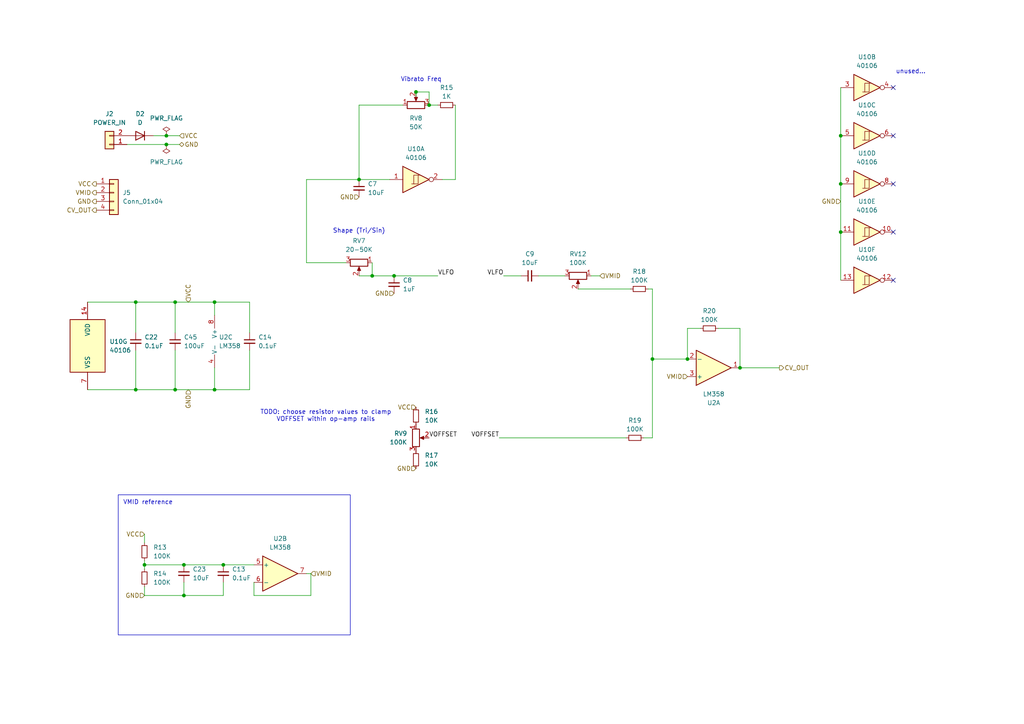
<source format=kicad_sch>
(kicad_sch (version 20231120) (generator "eeschema") (generator_version "8.0")
  (paper "A4")
  (lib_symbols
    (symbol "4xxx:40106" (pin_names (offset 1.016))
      (property "Reference" "U" (at 0 1.27 0))
      (property "Value" "40106" (at 0 -1.27 0))
      (symbol "40106_1_0"
        (polyline (pts (xy -0.635 -1.27) (xy -0.635 1.27) (xy 0.635 1.27)))
        (polyline (pts (xy -3.81 3.81) (xy -3.81 -3.81) (xy 3.81 0) (xy -3.81 3.81)) (stroke (width 0.254)) (fill (type background)))
        (polyline (pts (xy -1.27 -1.27) (xy 0.635 -1.27) (xy 0.635 1.27) (xy 1.27 1.27)))
        (pin input line (at -7.62 0 0) (length 3.81) (name "~") (number "1"))
        (pin output inverted (at 7.62 0 180) (length 3.81) (name "~") (number "2"))
      )
      (symbol "40106_2_0"
        (polyline (pts (xy -0.635 -1.27) (xy -0.635 1.27) (xy 0.635 1.27)))
        (polyline (pts (xy -3.81 3.81) (xy -3.81 -3.81) (xy 3.81 0) (xy -3.81 3.81)) (stroke (width 0.254)) (fill (type background)))
        (polyline (pts (xy -1.27 -1.27) (xy 0.635 -1.27) (xy 0.635 1.27) (xy 1.27 1.27)))
        (pin input line (at -7.62 0 0) (length 3.81) (name "~") (number "3"))
        (pin output inverted (at 7.62 0 180) (length 3.81) (name "~") (number "4"))
      )
      (symbol "40106_3_0"
        (polyline (pts (xy -0.635 -1.27) (xy -0.635 1.27) (xy 0.635 1.27)))
        (polyline (pts (xy -3.81 3.81) (xy -3.81 -3.81) (xy 3.81 0) (xy -3.81 3.81)) (stroke (width 0.254)) (fill (type background)))
        (polyline (pts (xy -1.27 -1.27) (xy 0.635 -1.27) (xy 0.635 1.27) (xy 1.27 1.27)))
        (pin input line (at -7.62 0 0) (length 3.81) (name "~") (number "5"))
        (pin output inverted (at 7.62 0 180) (length 3.81) (name "~") (number "6"))
      )
      (symbol "40106_4_0"
        (polyline (pts (xy -0.635 -1.27) (xy -0.635 1.27) (xy 0.635 1.27)))
        (polyline (pts (xy -3.81 3.81) (xy -3.81 -3.81) (xy 3.81 0) (xy -3.81 3.81)) (stroke (width 0.254)) (fill (type background)))
        (polyline (pts (xy -1.27 -1.27) (xy 0.635 -1.27) (xy 0.635 1.27) (xy 1.27 1.27)))
        (pin output inverted (at 7.62 0 180) (length 3.81) (name "~") (number "8"))
        (pin input line (at -7.62 0 0) (length 3.81) (name "~") (number "9"))
      )
      (symbol "40106_5_0"
        (polyline (pts (xy -0.635 -1.27) (xy -0.635 1.27) (xy 0.635 1.27)))
        (polyline (pts (xy -3.81 3.81) (xy -3.81 -3.81) (xy 3.81 0) (xy -3.81 3.81)) (stroke (width 0.254)) (fill (type background)))
        (polyline (pts (xy -1.27 -1.27) (xy 0.635 -1.27) (xy 0.635 1.27) (xy 1.27 1.27)))
        (pin output inverted (at 7.62 0 180) (length 3.81) (name "~") (number "10"))
        (pin input line (at -7.62 0 0) (length 3.81) (name "~") (number "11"))
      )
      (symbol "40106_6_0"
        (polyline (pts (xy -0.635 -1.27) (xy -0.635 1.27) (xy 0.635 1.27)))
        (polyline (pts (xy -3.81 3.81) (xy -3.81 -3.81) (xy 3.81 0) (xy -3.81 3.81)) (stroke (width 0.254)) (fill (type background)))
        (polyline (pts (xy -1.27 -1.27) (xy 0.635 -1.27) (xy 0.635 1.27) (xy 1.27 1.27)))
        (pin output inverted (at 7.62 0 180) (length 3.81) (name "~") (number "12"))
        (pin input line (at -7.62 0 0) (length 3.81) (name "~") (number "13"))
      )
      (symbol "40106_7_0"
        (pin power_in line (at 0 12.7 270) (length 5.08) (name "VDD") (number "14"))
        (pin power_in line (at 0 -12.7 90) (length 5.08) (name "VSS") (number "7"))
      )
      (symbol "40106_7_1"
        (rectangle (start -5.08 7.62) (end 5.08 -7.62) (stroke (width 0.254)) (fill (type background)))
      )
    )
    (symbol "Amplifier_Operational:LM358" (pin_names (offset 0.127))
      (property "Reference" "U" (at 0 5.08 0))
      (property "Value" "LM358" (at 0 -5.08 0))
      (symbol "LM358_1_1"
        (polyline (pts (xy -5.08 5.08) (xy 5.08 0) (xy -5.08 -5.08) (xy -5.08 5.08)) (stroke (width 0.254)) (fill (type background)))
        (pin output line (at 7.62 0 180) (length 2.54) (name "~") (number "1"))
        (pin input line (at -7.62 -2.54 0) (length 2.54) (name "-") (number "2"))
        (pin input line (at -7.62 2.54 0) (length 2.54) (name "+") (number "3"))
      )
      (symbol "LM358_2_1"
        (polyline (pts (xy -5.08 5.08) (xy 5.08 0) (xy -5.08 -5.08) (xy -5.08 5.08)) (stroke (width 0.254)) (fill (type background)))
        (pin input line (at -7.62 2.54 0) (length 2.54) (name "+") (number "5"))
        (pin input line (at -7.62 -2.54 0) (length 2.54) (name "-") (number "6"))
        (pin output line (at 7.62 0 180) (length 2.54) (name "~") (number "7"))
      )
      (symbol "LM358_3_1"
        (pin power_in line (at -2.54 -7.62 90) (length 3.81) (name "V-") (number "4"))
        (pin power_in line (at -2.54 7.62 270) (length 3.81) (name "V+") (number "8"))
      )
    )
    (symbol "Connector_Generic:Conn_01x02" (pin_names (offset 1.016) hide)
      (property "Reference" "J" (at 0 2.54 0))
      (property "Value" "Conn_01x02" (at 0 -5.08 0))
      (symbol "Conn_01x02_1_1"
        (rectangle (start -1.27 -2.413) (end 0 -2.667) (stroke (width 0.1524)))
        (rectangle (start -1.27 0.127) (end 0 -0.127) (stroke (width 0.1524)))
        (rectangle (start -1.27 1.27) (end 1.27 -3.81) (stroke (width 0.254)) (fill (type background)))
        (pin passive line (at -5.08 0 0) (length 3.81) (name "Pin_1") (number "1"))
        (pin passive line (at -5.08 -2.54 0) (length 3.81) (name "Pin_2") (number "2"))
      )
    )
    (symbol "Connector_Generic:Conn_01x04" (pin_names (offset 1.016) hide)
      (property "Reference" "J" (at 0 5.08 0))
      (property "Value" "Conn_01x04" (at 0 -7.62 0))
      (symbol "Conn_01x04_1_1"
        (rectangle (start -1.27 -4.953) (end 0 -5.207) (stroke (width 0.1524)))
        (rectangle (start -1.27 -2.413) (end 0 -2.667) (stroke (width 0.1524)))
        (rectangle (start -1.27 0.127) (end 0 -0.127) (stroke (width 0.1524)))
        (rectangle (start -1.27 2.667) (end 0 2.413) (stroke (width 0.1524)))
        (rectangle (start -1.27 3.81) (end 1.27 -6.35) (stroke (width 0.254)) (fill (type background)))
        (pin passive line (at -5.08 2.54 0) (length 3.81) (name "Pin_1") (number "1"))
        (pin passive line (at -5.08 0 0) (length 3.81) (name "Pin_2") (number "2"))
        (pin passive line (at -5.08 -2.54 0) (length 3.81) (name "Pin_3") (number "3"))
        (pin passive line (at -5.08 -5.08 0) (length 3.81) (name "Pin_4") (number "4"))
      )
    )
    (symbol "Device:C_Small" (pin_numbers hide) (pin_names (offset 0.254) hide)
      (property "Reference" "C" (at 0.254 1.778 0))
      (property "Value" "C_Small" (at 0.254 -2.032 0))
      (symbol "C_Small_0_1"
        (polyline (pts (xy -1.524 -0.508) (xy 1.524 -0.508)) (stroke (width 0.3302)))
        (polyline (pts (xy -1.524 0.508) (xy 1.524 0.508)) (stroke (width 0.3048)))
      )
      (symbol "C_Small_1_1"
        (pin passive line (at 0 2.54 270) (length 2.032) (name "~") (number "1"))
        (pin passive line (at 0 -2.54 90) (length 2.032) (name "~") (number "2"))
      )
    )
    (symbol "Device:D" (pin_numbers hide) (pin_names (offset 1.016) hide)
      (property "Reference" "D" (at 0 2.54 0))
      (property "Value" "D" (at 0 -2.54 0))
      (symbol "D_0_1"
        (polyline (pts (xy -1.27 1.27) (xy -1.27 -1.27)) (stroke (width 0.254)))
        (polyline (pts (xy 1.27 0) (xy -1.27 0)))
        (polyline (pts (xy 1.27 1.27) (xy 1.27 -1.27) (xy -1.27 0) (xy 1.27 1.27)) (stroke (width 0.254)))
      )
      (symbol "D_1_1"
        (pin passive line (at -3.81 0 0) (length 2.54) (name "K") (number "1"))
        (pin passive line (at 3.81 0 180) (length 2.54) (name "A") (number "2"))
      )
    )
    (symbol "Device:R_Potentiometer" (pin_names (offset 1.016) hide)
      (property "Reference" "RV" (at -4.445 0 90))
      (property "Value" "R_Potentiometer" (at -2.54 0 90))
      (symbol "R_Potentiometer_0_1"
        (polyline (pts (xy 2.54 0) (xy 1.524 0)))
        (polyline (pts (xy 1.143 0) (xy 2.286 0.508) (xy 2.286 -0.508) (xy 1.143 0)) (fill (type outline)))
        (rectangle (start 1.016 2.54) (end -1.016 -2.54) (stroke (width 0.254)))
      )
      (symbol "R_Potentiometer_1_1"
        (pin passive line (at 0 3.81 270) (length 1.27) (name "1") (number "1"))
        (pin passive line (at 3.81 0 180) (length 1.27) (name "2") (number "2"))
        (pin passive line (at 0 -3.81 90) (length 1.27) (name "3") (number "3"))
      )
    )
    (symbol "Device:R_Small" (pin_numbers hide) (pin_names (offset 0.254) hide)
      (property "Reference" "R" (at 0.762 0.508 0))
      (property "Value" "R_Small" (at 0.762 -1.016 0))
      (symbol "R_Small_0_1"
        (rectangle (start -0.762 1.778) (end 0.762 -1.778) (stroke (width 0.2032)))
      )
      (symbol "R_Small_1_1"
        (pin passive line (at 0 2.54 270) (length 0.762) (name "~") (number "1"))
        (pin passive line (at 0 -2.54 90) (length 0.762) (name "~") (number "2"))
      )
    )
    (symbol "power:PWR_FLAG" (power) (pin_numbers hide) (pin_names (offset 0) hide)
      (property "Value" "PWR_FLAG" (at 0 3.81 0))
      (symbol "PWR_FLAG_0_0"
        (pin power_out line (at 0 0 90) (length 0) (name "~") (number "1"))
      )
      (symbol "PWR_FLAG_0_1"
        (polyline (pts (xy 0 0) (xy 0 1.27) (xy -1.016 1.905) (xy 0 2.54) (xy 1.016 1.905) (xy 0 1.27)))
      )
    )
  )
  (junction (at 243.84 67.31))
  (junction (at 48.26 39.37))
  (junction (at 120.65 26.67))
  (junction (at 64.77 163.83))
  (junction (at 53.34 163.83))
  (junction (at 243.84 53.34))
  (junction (at 53.34 172.72))
  (junction (at 39.37 113.03))
  (junction (at 214.63 106.68))
  (junction (at 50.8 113.03))
  (junction (at 243.84 39.37))
  (junction (at 39.37 87.63))
  (junction (at 41.91 163.83))
  (junction (at 62.23 87.63))
  (junction (at 104.14 52.07))
  (junction (at 107.95 80.01))
  (junction (at 50.8 87.63))
  (junction (at 48.26 41.91))
  (junction (at 62.23 113.03))
  (junction (at 124.46 30.48))
  (junction (at 189.23 104.14))
  (junction (at 199.39 104.14))
  (junction (at 114.3 80.01))
  (no_connect (at 259.08 39.37))
  (no_connect (at 259.08 53.34))
  (no_connect (at 259.08 25.4))
  (no_connect (at 259.08 67.31))
  (no_connect (at 259.08 81.28))
  (wire (pts (xy 62.23 113.03) (xy 62.23 106.68)))
  (wire (pts (xy 214.63 106.68) (xy 226.06 106.68)))
  (wire (pts (xy 167.64 83.82) (xy 182.88 83.82)))
  (wire (pts (xy 90.17 166.37) (xy 88.9 166.37)))
  (wire (pts (xy 120.65 26.67) (xy 120.65 27.94)))
  (wire (pts (xy 189.23 104.14) (xy 189.23 127)))
  (wire (pts (xy 41.91 172.72) (xy 53.34 172.72)))
  (wire (pts (xy 39.37 87.63) (xy 39.37 96.52)))
  (wire (pts (xy 48.26 39.37) (xy 44.45 39.37)))
  (wire (pts (xy 64.77 163.83) (xy 73.66 163.83)))
  (wire (pts (xy 53.34 172.72) (xy 64.77 172.72)))
  (wire (pts (xy 199.39 95.25) (xy 199.39 104.14)))
  (wire (pts (xy 53.34 163.83) (xy 64.77 163.83)))
  (wire (pts (xy 88.9 52.07) (xy 88.9 76.2)))
  (wire (pts (xy 73.66 168.91) (xy 73.66 172.72)))
  (wire (pts (xy 116.84 30.48) (xy 104.14 30.48)))
  (wire (pts (xy 156.21 80.01) (xy 163.83 80.01)))
  (wire (pts (xy 189.23 127) (xy 186.69 127)))
  (wire (pts (xy 62.23 113.03) (xy 72.39 113.03)))
  (wire (pts (xy 50.8 87.63) (xy 62.23 87.63)))
  (wire (pts (xy 53.34 168.91) (xy 53.34 172.72)))
  (wire (pts (xy 72.39 87.63) (xy 72.39 96.52)))
  (wire (pts (xy 173.99 80.01) (xy 171.45 80.01)))
  (wire (pts (xy 104.14 80.01) (xy 107.95 80.01)))
  (wire (pts (xy 41.91 172.72) (xy 41.91 170.18)))
  (wire (pts (xy 243.84 53.34) (xy 243.84 67.31)))
  (wire (pts (xy 189.23 83.82) (xy 187.96 83.82)))
  (wire (pts (xy 41.91 165.1) (xy 41.91 163.83)))
  (wire (pts (xy 124.46 26.67) (xy 124.46 30.48)))
  (wire (pts (xy 214.63 95.25) (xy 214.63 106.68)))
  (wire (pts (xy 72.39 113.03) (xy 72.39 101.6)))
  (wire (pts (xy 114.3 80.01) (xy 127 80.01)))
  (wire (pts (xy 41.91 163.83) (xy 53.34 163.83)))
  (wire (pts (xy 41.91 154.94) (xy 41.91 157.48)))
  (wire (pts (xy 208.28 95.25) (xy 214.63 95.25)))
  (wire (pts (xy 73.66 172.72) (xy 90.17 172.72)))
  (wire (pts (xy 120.65 26.67) (xy 124.46 26.67)))
  (wire (pts (xy 127 30.48) (xy 124.46 30.48)))
  (wire (pts (xy 199.39 104.14) (xy 189.23 104.14)))
  (wire (pts (xy 64.77 168.91) (xy 64.77 172.72)))
  (wire (pts (xy 36.83 41.91) (xy 48.26 41.91)))
  (wire (pts (xy 144.78 127) (xy 181.61 127)))
  (wire (pts (xy 189.23 83.82) (xy 189.23 104.14)))
  (wire (pts (xy 104.14 30.48) (xy 104.14 52.07)))
  (wire (pts (xy 88.9 76.2) (xy 100.33 76.2)))
  (wire (pts (xy 243.84 25.4) (xy 243.84 39.37)))
  (wire (pts (xy 146.05 80.01) (xy 151.13 80.01)))
  (wire (pts (xy 88.9 52.07) (xy 104.14 52.07)))
  (wire (pts (xy 39.37 87.63) (xy 50.8 87.63)))
  (wire (pts (xy 132.08 30.48) (xy 132.08 52.07)))
  (wire (pts (xy 107.95 76.2) (xy 107.95 80.01)))
  (wire (pts (xy 50.8 101.6) (xy 50.8 113.03)))
  (wire (pts (xy 41.91 163.83) (xy 41.91 162.56)))
  (wire (pts (xy 62.23 87.63) (xy 62.23 91.44)))
  (wire (pts (xy 25.4 87.63) (xy 39.37 87.63)))
  (wire (pts (xy 203.2 95.25) (xy 199.39 95.25)))
  (wire (pts (xy 243.84 39.37) (xy 243.84 53.34)))
  (wire (pts (xy 113.03 52.07) (xy 104.14 52.07)))
  (wire (pts (xy 50.8 87.63) (xy 50.8 96.52)))
  (wire (pts (xy 50.8 113.03) (xy 62.23 113.03)))
  (wire (pts (xy 243.84 67.31) (xy 243.84 81.28)))
  (wire (pts (xy 48.26 41.91) (xy 52.07 41.91)))
  (wire (pts (xy 39.37 113.03) (xy 39.37 101.6)))
  (wire (pts (xy 52.07 39.37) (xy 48.26 39.37)))
  (wire (pts (xy 39.37 113.03) (xy 50.8 113.03)))
  (wire (pts (xy 90.17 166.37) (xy 90.17 172.72)))
  (wire (pts (xy 62.23 87.63) (xy 72.39 87.63)))
  (wire (pts (xy 25.4 113.03) (xy 39.37 113.03)))
  (wire (pts (xy 132.08 52.07) (xy 128.27 52.07)))
  (wire (pts (xy 107.95 80.01) (xy 114.3 80.01)))
  (rectangle (start 34.29 143.51) (end 101.6 184.15))
  (text "TODO: choose resistor values to clamp\nVOFFSET within op-amp rails\n" (at 94.488 120.65 0) (effects (font (size 1.27 1.27))))
  (text "Vibrato Freq" (at 122.174 23.114 0) (effects (font (size 1.27 1.27))))
  (text "Shape (Tri/Sin)\n" (at 104.14 67.056 0) (effects (font (size 1.27 1.27))))
  (text "VMID reference\n" (at 42.926 145.796 0) (effects (font (size 1.27 1.27))))
  (text "unused...\n" (at 264.16 20.828 0) (effects (font (size 1.27 1.27))))
  (label "VOFFSET" (at 124.46 127 0))
  (label "VLFO" (at 146.05 80.01 180))
  (label "VOFFSET" (at 144.78 127 180))
  (label "VLFO" (at 127 80.01 0))
  (hierarchical_label "CV_OUT" (shape output) (at 27.94 60.96 180))
  (hierarchical_label "VMID" (shape output) (at 27.94 55.88 180))
  (hierarchical_label "VCC" (shape output) (at 27.94 53.34 180))
  (hierarchical_label "GND" (shape input) (at 41.91 172.72 180))
  (hierarchical_label "VCC" (shape input) (at 41.91 154.94 180))
  (hierarchical_label "VCC" (shape input) (at 120.65 118.11 180))
  (hierarchical_label "VCC" (shape input) (at 54.61 87.63 90))
  (hierarchical_label "GND" (shape output) (at 27.94 58.42 180))
  (hierarchical_label "GND" (shape input) (at 54.61 113.03 270))
  (hierarchical_label "VMID" (shape input) (at 173.99 80.01 0))
  (hierarchical_label "GND" (shape bidirectional) (at 52.07 41.91 0))
  (hierarchical_label "CV_OUT" (shape output) (at 226.06 106.68 0))
  (hierarchical_label "GND" (shape input) (at 120.65 135.89 180))
  (hierarchical_label "VCC" (shape input) (at 52.07 39.37 0))
  (hierarchical_label "VMID" (shape input) (at 199.39 109.22 180))
  (hierarchical_label "GND" (shape input) (at 104.14 57.15 180))
  (hierarchical_label "GND" (shape input) (at 114.3 85.09 180))
  (hierarchical_label "VMID" (shape input) (at 90.17 166.37 0))
  (hierarchical_label "GND" (shape input) (at 243.84 58.42 180))
  (symbol (lib_id "Device:R_Small") (at 41.91 167.64 0) (unit 1)
    (property "Reference" "R14" (at 44.45 166.3699 0) (effects (justify left)))
    (property "Value" "100K" (at 44.45 168.9099 0) (effects (justify left)))
    (property "Footprint" "Resistor_SMD:R_0603_1608Metric" (effects (hide yes)))
    (property "Description" "Resistor, small symbol" (effects (hide yes)))
  )
  (symbol (lib_id "Device:C_Small") (at 39.37 99.06 0) (unit 1)
    (property "Reference" "C22" (at 41.91 97.7962 0) (effects (justify left)))
    (property "Value" "0.1uF" (at 41.91 100.3362 0) (effects (justify left)))
    (property "Footprint" "Capacitor_SMD:C_0805_2012Metric" (effects (hide yes)))
    (property "Description" "Unpolarized capacitor, small symbol" (effects (hide yes)))
  )
  (symbol (lib_id "Device:R_Potentiometer") (at 120.65 127 0) (unit 1)
    (property "Reference" "RV9" (at 118.11 125.7299 0) (effects (justify right)))
    (property "Value" "100K" (at 118.11 128.2699 0) (effects (justify right)))
    (property "Footprint" "Potentiometer_THT:RV09AF-40-ALPHA-POT" (effects (hide yes)))
    (property "Description" "Potentiometer" (effects (hide yes)))
  )
  (symbol (lib_id "power:PWR_FLAG") (at 48.26 39.37 0) (unit 1)
    (property "Reference" "#FLG02" (effects (hide yes)))
    (property "Value" "PWR_FLAG" (at 48.26 34.29 0))
    (property "Description" "Special symbol for telling ERC where power comes from" (effects (hide yes)))
  )
  (symbol (lib_id "Amplifier_Operational:LM358") (at 64.77 99.06 0) (unit 3)
    (property "Reference" "U2" (at 63.5 97.7899 0) (effects (justify left)))
    (property "Value" "LM358" (at 63.5 100.3299 0) (effects (justify left)))
    (property "Footprint" "easyeda2kicad:SOIC-8_L5.0-W4.0-P1.27-LS6.0-BL" (effects (hide yes)))
    (property "Datasheet" "http://www.ti.com/lit/ds/symlink/lm2904-n.pdf" (effects (hide yes)))
    (property "Description" "Low-Power, Dual Operational Amplifiers, DIP-8/SOIC-8/TO-99-8" (effects (hide yes)))
    (property "JLC" "C7950" (effects (hide yes)))
  )
  (symbol (lib_id "Device:R_Small") (at 129.54 30.48 90) (unit 1)
    (property "Reference" "R15" (at 129.54 25.4 90))
    (property "Value" "1K" (at 129.54 27.94 90))
    (property "Footprint" "Resistor_SMD:R_0603_1608Metric" (effects (hide yes)))
    (property "Description" "Resistor, small symbol" (effects (hide yes)))
  )
  (symbol (lib_id "4xxx:40106") (at 251.46 39.37 0) (unit 3)
    (property "Reference" "U10" (at 251.46 30.48 0))
    (property "Value" "40106" (at 251.46 33.02 0))
    (property "Footprint" "easyeda2kicad:SOIC-14_L8.7-W3.9-P1.27-LS6.0-BL" (effects (hide yes)))
    (property "Datasheet" "https://assets.nexperia.com/documents/data-sheet/HEF40106B.pdf" (effects (hide yes)))
    (property "Description" "Hex Schmitt trigger inverter" (effects (hide yes)))
  )
  (symbol (lib_id "4xxx:40106") (at 120.65 52.07 0) (unit 1)
    (property "Reference" "U10" (at 120.65 43.18 0))
    (property "Value" "40106" (at 120.65 45.72 0))
    (property "Footprint" "easyeda2kicad:SOIC-14_L8.7-W3.9-P1.27-LS6.0-BL" (effects (hide yes)))
    (property "Datasheet" "https://assets.nexperia.com/documents/data-sheet/HEF40106B.pdf" (effects (hide yes)))
    (property "Description" "Hex Schmitt trigger inverter" (effects (hide yes)))
  )
  (symbol (lib_id "power:PWR_FLAG") (at 48.26 41.91 180) (unit 1)
    (property "Reference" "#FLG04" (effects (hide yes)))
    (property "Value" "PWR_FLAG" (at 48.26 46.99 0))
    (property "Description" "Special symbol for telling ERC where power comes from" (effects (hide yes)))
  )
  (symbol (lib_id "Device:C_Small") (at 114.3 82.55 0) (unit 1)
    (property "Reference" "C8" (at 116.84 81.2862 0) (effects (justify left)))
    (property "Value" "1uF" (at 116.84 83.8262 0) (effects (justify left)))
    (property "Footprint" "Capacitor_SMD:C_0805_2012Metric" (effects (hide yes)))
    (property "Description" "Unpolarized capacitor, small symbol" (effects (hide yes)))
  )
  (symbol (lib_id "Device:R_Small") (at 184.15 127 90) (unit 1)
    (property "Reference" "R19" (at 184.15 121.92 90))
    (property "Value" "100K" (at 184.15 124.46 90))
    (property "Footprint" "Resistor_SMD:R_0603_1608Metric" (effects (hide yes)))
    (property "Description" "Resistor, small symbol" (effects (hide yes)))
  )
  (symbol (lib_id "Device:R_Small") (at 205.74 95.25 90) (unit 1)
    (property "Reference" "R20" (at 205.74 90.17 90))
    (property "Value" "100K" (at 205.74 92.71 90))
    (property "Footprint" "Resistor_SMD:R_0603_1608Metric" (effects (hide yes)))
    (property "Description" "Resistor, small symbol" (effects (hide yes)))
  )
  (symbol (lib_id "Device:R_Small") (at 120.65 133.35 0) (unit 1)
    (property "Reference" "R17" (at 123.19 132.0799 0) (effects (justify left)))
    (property "Value" "10K" (at 123.19 134.6199 0) (effects (justify left)))
    (property "Footprint" "Resistor_SMD:R_0603_1608Metric" (effects (hide yes)))
    (property "Description" "Resistor, small symbol" (effects (hide yes)))
  )
  (symbol (lib_id "Device:R_Potentiometer") (at 104.14 76.2 270) (unit 1)
    (property "Reference" "RV7" (at 104.14 69.85 90))
    (property "Value" "20-50K" (at 104.14 72.39 90))
    (property "Footprint" "Potentiometer_THT:RV09AF-40-ALPHA-POT" (effects (hide yes)))
    (property "Description" "Potentiometer" (effects (hide yes)))
  )
  (symbol (lib_id "Device:R_Potentiometer") (at 120.65 30.48 90) (unit 1)
    (property "Reference" "RV8" (at 120.65 34.29 90))
    (property "Value" "50K" (at 120.65 36.83 90))
    (property "Footprint" "Potentiometer_THT:RV09AF-40-ALPHA-POT" (effects (hide yes)))
    (property "Description" "Potentiometer" (effects (hide yes)))
  )
  (symbol (lib_id "4xxx:40106") (at 25.4 100.33 0) (unit 7)
    (property "Reference" "U10" (at 31.75 99.0599 0) (effects (justify left)))
    (property "Value" "40106" (at 31.75 101.5999 0) (effects (justify left)))
    (property "Footprint" "easyeda2kicad:SOIC-14_L8.7-W3.9-P1.27-LS6.0-BL" (effects (hide yes)))
    (property "Datasheet" "https://assets.nexperia.com/documents/data-sheet/HEF40106B.pdf" (effects (hide yes)))
    (property "Description" "Hex Schmitt trigger inverter" (effects (hide yes)))
  )
  (symbol (lib_id "Device:R_Potentiometer") (at 167.64 80.01 270) (unit 1)
    (property "Reference" "RV12" (at 167.64 73.66 90))
    (property "Value" "100K" (at 167.64 76.2 90))
    (property "Footprint" "Potentiometer_THT:RV09AF-40-ALPHA-POT" (effects (hide yes)))
    (property "Description" "Potentiometer" (effects (hide yes)))
  )
  (symbol (lib_id "4xxx:40106") (at 251.46 67.31 0) (unit 5)
    (property "Reference" "U10" (at 251.46 58.42 0))
    (property "Value" "40106" (at 251.46 60.96 0))
    (property "Footprint" "easyeda2kicad:SOIC-14_L8.7-W3.9-P1.27-LS6.0-BL" (effects (hide yes)))
    (property "Datasheet" "https://assets.nexperia.com/documents/data-sheet/HEF40106B.pdf" (effects (hide yes)))
    (property "Description" "Hex Schmitt trigger inverter" (effects (hide yes)))
  )
  (symbol (lib_id "4xxx:40106") (at 251.46 25.4 0) (unit 2)
    (property "Reference" "U10" (at 251.46 16.51 0))
    (property "Value" "40106" (at 251.46 19.05 0))
    (property "Footprint" "easyeda2kicad:SOIC-14_L8.7-W3.9-P1.27-LS6.0-BL" (effects (hide yes)))
    (property "Datasheet" "https://assets.nexperia.com/documents/data-sheet/HEF40106B.pdf" (effects (hide yes)))
    (property "Description" "Hex Schmitt trigger inverter" (effects (hide yes)))
  )
  (symbol (lib_id "Device:R_Small") (at 185.42 83.82 90) (unit 1)
    (property "Reference" "R18" (at 185.42 78.74 90))
    (property "Value" "100K" (at 185.42 81.28 90))
    (property "Footprint" "Resistor_SMD:R_0603_1608Metric" (effects (hide yes)))
    (property "Description" "Resistor, small symbol" (effects (hide yes)))
  )
  (symbol (lib_id "Device:C_Small") (at 153.67 80.01 90) (unit 1)
    (property "Reference" "C9" (at 153.6763 73.66 90))
    (property "Value" "10uF" (at 153.6763 76.2 90))
    (property "Footprint" "Capacitor_SMD:C_0805_2012Metric" (effects (hide yes)))
    (property "Description" "Unpolarized capacitor, small symbol" (effects (hide yes)))
  )
  (symbol (lib_id "Device:C_Small") (at 64.77 166.37 0) (unit 1)
    (property "Reference" "C13" (at 67.31 165.1062 0) (effects (justify left)))
    (property "Value" "0.1uF" (at 67.31 167.6462 0) (effects (justify left)))
    (property "Footprint" "Capacitor_SMD:C_0805_2012Metric" (effects (hide yes)))
    (property "Description" "Unpolarized capacitor, small symbol" (effects (hide yes)))
  )
  (symbol (lib_id "4xxx:40106") (at 251.46 81.28 0) (unit 6)
    (property "Reference" "U10" (at 251.46 72.39 0))
    (property "Value" "40106" (at 251.46 74.93 0))
    (property "Footprint" "easyeda2kicad:SOIC-14_L8.7-W3.9-P1.27-LS6.0-BL" (effects (hide yes)))
    (property "Datasheet" "https://assets.nexperia.com/documents/data-sheet/HEF40106B.pdf" (effects (hide yes)))
    (property "Description" "Hex Schmitt trigger inverter" (effects (hide yes)))
  )
  (symbol (lib_id "Device:C_Small") (at 72.39 99.06 0) (unit 1)
    (property "Reference" "C14" (at 74.93 97.7962 0) (effects (justify left)))
    (property "Value" "0.1uF" (at 74.93 100.3362 0) (effects (justify left)))
    (property "Footprint" "Capacitor_SMD:C_0805_2012Metric" (effects (hide yes)))
    (property "Description" "Unpolarized capacitor, small symbol" (effects (hide yes)))
  )
  (symbol (lib_id "Device:R_Small") (at 120.65 120.65 0) (unit 1)
    (property "Reference" "R16" (at 123.19 119.3799 0) (effects (justify left)))
    (property "Value" "10K" (at 123.19 121.9199 0) (effects (justify left)))
    (property "Footprint" "Resistor_SMD:R_0603_1608Metric" (effects (hide yes)))
    (property "Description" "Resistor, small symbol" (effects (hide yes)))
  )
  (symbol (lib_id "Device:C_Small") (at 53.34 166.37 0) (unit 1)
    (property "Reference" "C23" (at 55.88 165.1062 0) (effects (justify left)))
    (property "Value" "10uF" (at 55.88 167.6462 0) (effects (justify left)))
    (property "Footprint" "Capacitor_SMD:C_0805_2012Metric" (effects (hide yes)))
    (property "Description" "Unpolarized capacitor, small symbol" (effects (hide yes)))
  )
  (symbol (lib_id "Amplifier_Operational:LM358") (at 81.28 166.37 0) (unit 2)
    (property "Reference" "U2" (at 81.28 156.21 0))
    (property "Value" "LM358" (at 81.28 158.75 0))
    (property "Footprint" "easyeda2kicad:SOIC-8_L5.0-W4.0-P1.27-LS6.0-BL" (effects (hide yes)))
    (property "Datasheet" "http://www.ti.com/lit/ds/symlink/lm2904-n.pdf" (effects (hide yes)))
    (property "Description" "Low-Power, Dual Operational Amplifiers, DIP-8/SOIC-8/TO-99-8" (effects (hide yes)))
    (property "JLC" "C7950" (effects (hide yes)))
  )
  (symbol (lib_id "Device:R_Small") (at 41.91 160.02 0) (unit 1)
    (property "Reference" "R13" (at 44.45 158.7499 0) (effects (justify left)))
    (property "Value" "100K" (at 44.45 161.2899 0) (effects (justify left)))
    (property "Footprint" "Resistor_SMD:R_0603_1608Metric" (effects (hide yes)))
    (property "Description" "Resistor, small symbol" (effects (hide yes)))
  )
  (symbol (lib_id "Device:C_Small") (at 104.14 54.61 0) (unit 1)
    (property "Reference" "C7" (at 106.68 53.3462 0) (effects (justify left)))
    (property "Value" "10uF" (at 106.68 55.8862 0) (effects (justify left)))
    (property "Footprint" "Capacitor_SMD:C_0805_2012Metric" (effects (hide yes)))
    (property "Description" "Unpolarized capacitor, small symbol" (effects (hide yes)))
  )
  (symbol (lib_id "Connector_Generic:Conn_01x02") (at 31.75 41.91 180) (unit 1)
    (property "Reference" "J2" (at 31.75 33.02 0))
    (property "Value" "POWER_IN" (at 31.75 35.56 0))
    (property "Footprint" "Connector_PinSocket_2.54mm:PinSocket_1x02_P2.54mm_Vertical" (effects (hide yes)))
    (property "Description" "Generic connector, single row, 01x02, script generated (kicad-library-utils/schlib/autogen/connector/)" (effects (hide yes)))
  )
  (symbol (lib_id "Device:D") (at 40.64 39.37 180) (unit 1)
    (property "Reference" "D2" (at 40.64 33.02 0))
    (property "Value" "D" (at 40.64 35.56 0))
    (property "Footprint" "Diode_THT:D_T-1_P2.54mm_Vertical_AnodeUp" (effects (hide yes)))
    (property "Description" "Diode" (effects (hide yes)))
    (property "Sim.Device" "D" (effects (hide yes)))
    (property "Sim.Pins" "1=K 2=A" (effects (hide yes)))
  )
  (symbol (lib_id "Amplifier_Operational:LM358") (at 207.01 106.68 0) (mirror x) (unit 1)
    (property "Reference" "U2" (at 207.01 116.84 0))
    (property "Value" "LM358" (at 207.01 114.3 0))
    (property "Footprint" "easyeda2kicad:SOIC-8_L5.0-W4.0-P1.27-LS6.0-BL" (effects (hide yes)))
    (property "Datasheet" "http://www.ti.com/lit/ds/symlink/lm2904-n.pdf" (effects (hide yes)))
    (property "Description" "Low-Power, Dual Operational Amplifiers, DIP-8/SOIC-8/TO-99-8" (effects (hide yes)))
    (property "JLC" "C7950" (effects (hide yes)))
  )
  (symbol (lib_id "Connector_Generic:Conn_01x04") (at 33.02 55.88 0) (unit 1)
    (property "Reference" "J5" (at 35.56 55.8799 0) (effects (justify left)))
    (property "Value" "Conn_01x04" (at 35.56 58.4199 0) (effects (justify left)))
    (property "Footprint" "Connector_PinSocket_2.54mm:PinSocket_1x04_P2.54mm_Vertical" (effects (hide yes)))
    (property "Description" "Generic connector, single row, 01x04, script generated (kicad-library-utils/schlib/autogen/connector/)" (effects (hide yes)))
  )
  (symbol (lib_id "Device:C_Small") (at 50.8 99.06 0) (unit 1)
    (property "Reference" "C45" (at 53.34 97.7962 0) (effects (justify left)))
    (property "Value" "100uF" (at 53.34 100.3362 0) (effects (justify left)))
    (property "Footprint" "Capacitor_THT:CP_Radial_D7.5mm_P2.50mm" (effects (hide yes)))
    (property "Description" "Unpolarized capacitor, small symbol" (effects (hide yes)))
  )
  (symbol (lib_id "4xxx:40106") (at 251.46 53.34 0) (unit 4)
    (property "Reference" "U10" (at 251.46 44.45 0))
    (property "Value" "40106" (at 251.46 46.99 0))
    (property "Footprint" "easyeda2kicad:SOIC-14_L8.7-W3.9-P1.27-LS6.0-BL" (effects (hide yes)))
    (property "Datasheet" "https://assets.nexperia.com/documents/data-sheet/HEF40106B.pdf" (effects (hide yes)))
    (property "Description" "Hex Schmitt trigger inverter" (effects (hide yes)))
  )
)
</source>
